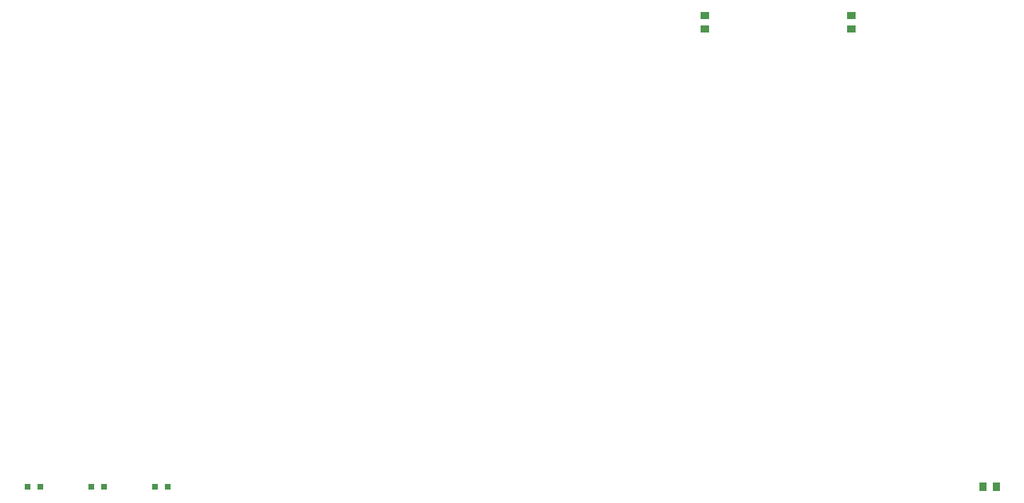
<source format=gbr>
G04 EAGLE Gerber RS-274X export*
G75*
%MOMM*%
%FSLAX34Y34*%
%LPD*%
%INSolderpaste Top*%
%IPPOS*%
%AMOC8*
5,1,8,0,0,1.08239X$1,22.5*%
G01*
%ADD10R,0.800000X0.800000*%
%ADD11R,1.031241X0.949959*%
%ADD12R,0.949959X1.031241*%


D10*
X246500Y304800D03*
X261500Y304800D03*
X170300Y304800D03*
X185300Y304800D03*
X94100Y304800D03*
X109100Y304800D03*
D11*
X904240Y869061D03*
X904240Y853059D03*
X1079500Y869061D03*
X1079500Y853059D03*
D12*
X1236599Y304800D03*
X1252601Y304800D03*
M02*

</source>
